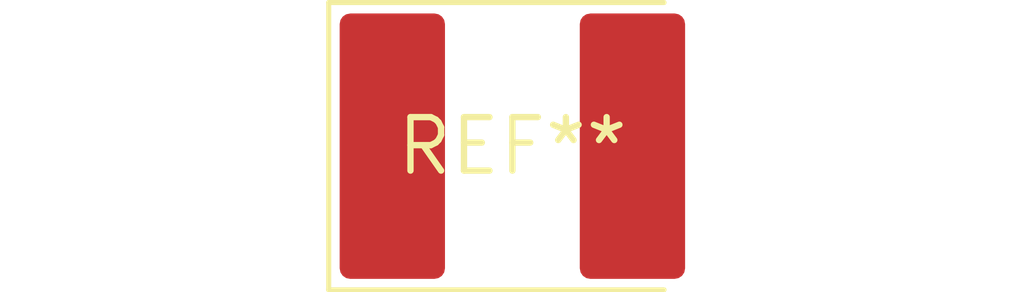
<source format=kicad_pcb>
(kicad_pcb (version 20240108) (generator pcbnew)
  (layers (0 "F.Cu" signal) (31 "B.Cu" signal) (34 "B.Paste" user) (35 "F.Paste" user) (36 "B.SilkS" user "B.Silkscreen") (37 "F.SilkS" user "F.Silkscreen") (38 "B.Mask" user) (39 "F.Mask" user) (44 "Edge.Cuts" user))
  (net 0 "")
  (footprint "CP_EIA-7260-28_AVX-M" (layer "F.Cu") (at 0 0)
    (property "Reference" "REF**")
    (property "Value" "CP_EIA-7260-28_AVX-M")
    (fp_line (start -4.36 -3.41) (end -4.36 3.41) (layer "F.SilkS") (stroke (width 0.12)))
    (fp_line (start -4.36 3.41) (end 3.6 3.41) (layer "F.SilkS") (stroke (width 0.12)))
    (fp_line (start 3.6 -3.41) (end -4.36 -3.41) (layer "F.SilkS") (stroke (width 0.12)))
    (pad "1" smd roundrect (at -2.85 0) (size 2.5 6.3) (layers "F.Cu" "F.Paste" "F.Mask") (roundrect_rratio 0.1))
    (pad "2" smd roundrect (at 2.85 0) (size 2.5 6.3) (layers "F.Cu" "F.Paste" "F.Mask") (roundrect_rratio 0.1))
  )
)
</source>
